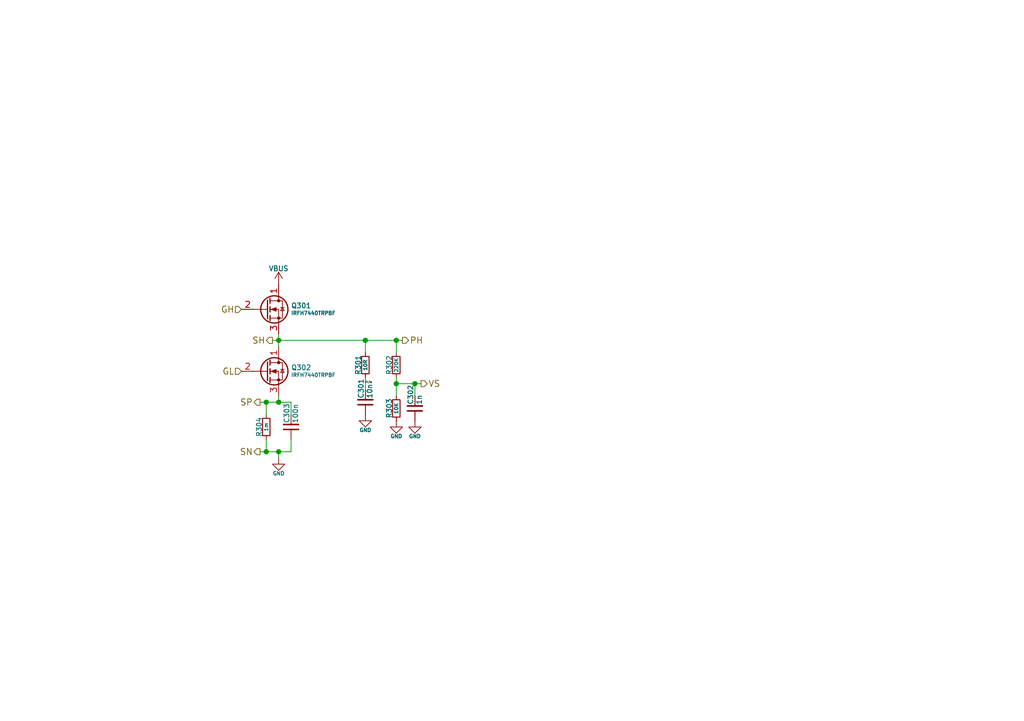
<source format=kicad_sch>
(kicad_sch (version 20250114) (generator "eeschema") (generator_version "9.0")
  (paper "A5")
  (lib_symbols
    (symbol "Bluesat:C_CompactV" (pin_numbers (hide yes)) (pin_names (offset 0.254) (hide yes))
      (property "Reference" "C" (at -0.889 0.762 90))
      (property "Value" "C_CompactV" (at 0.889 0.762 90))
      (symbol "C_CompactV_0_1"
        (polyline (pts (xy 1.524 0.508) (xy -1.524 0.508)) (stroke (width 0.3302)))
        (polyline (pts (xy 1.524 -0.508) (xy -1.524 -0.508)) (stroke (width 0.3048)))
      )
      (symbol "C_CompactV_1_1"
        (pin passive line (at 0 2.54 270) (length 2.032) (name "~") (number "2"))
        (pin passive line (at 0 -2.54 90) (length 2.032) (name "~") (number "1"))
      )
    )
    (symbol "Bluesat:R_CompactV" (pin_numbers (hide yes)) (pin_names (offset 0.254) (hide yes))
      (property "Reference" "R" (at -0.889 0 90))
      (property "Value" "R_CompactV" (at 0 0 90))
      (symbol "R_CompactV_0_1"
        (rectangle (start -0.762 1.778) (end 0.762 -1.778) (stroke (width 0.2032)))
      )
      (symbol "R_CompactV_1_1"
        (pin passive line (at 0 2.54 270) (length 0.762) (name "~") (number "1"))
        (pin passive line (at 0 -2.54 90) (length 0.762) (name "~") (number "2"))
      )
    )
    (symbol "Transistor_FET:Q_NMOS_DGS" (pin_names (offset 0) (hide yes))
      (property "Reference" "Q" (at 5.08 1.905 0))
      (property "Value" "Q_NMOS_DGS" (at 5.08 0 0))
      (symbol "Q_NMOS_DGS_0_1"
        (polyline (pts (xy 0.254 1.905) (xy 0.254 -1.905)) (stroke (width 0.254)))
        (polyline (pts (xy 0.254 0) (xy -2.54 0)))
        (polyline (pts (xy 0.762 2.286) (xy 0.762 1.27)) (stroke (width 0.254)))
        (polyline (pts (xy 0.762 0.508) (xy 0.762 -0.508)) (stroke (width 0.254)))
        (polyline (pts (xy 0.762 -1.27) (xy 0.762 -2.286)) (stroke (width 0.254)))
        (polyline (pts (xy 0.762 -1.778) (xy 3.302 -1.778) (xy 3.302 1.778) (xy 0.762 1.778)))
        (polyline (pts (xy 1.016 0) (xy 2.032 0.381) (xy 2.032 -0.381) (xy 1.016 0)) (fill (type outline)))
        (circle (center 1.651 0) (radius 2.794) (stroke (width 0.254)))
        (polyline (pts (xy 2.54 2.54) (xy 2.54 1.778)))
        (circle (center 2.54 1.778) (radius 0.254) (fill (type outline)))
        (circle (center 2.54 -1.778) (radius 0.254) (fill (type outline)))
        (polyline (pts (xy 2.54 -2.54) (xy 2.54 0) (xy 0.762 0)))
        (polyline (pts (xy 2.921 0.381) (xy 3.683 0.381)))
        (polyline (pts (xy 3.302 0.381) (xy 2.921 -0.254) (xy 3.683 -0.254) (xy 3.302 0.381)))
      )
      (symbol "Q_NMOS_DGS_1_1"
        (pin input line (at -5.08 0 0) (length 2.54) (name "G") (number "2"))
        (pin passive line (at 2.54 5.08 270) (length 2.54) (name "D") (number "1"))
        (pin passive line (at 2.54 -5.08 90) (length 2.54) (name "S") (number "3"))
      )
    )
    (symbol "power:GND" (power) (pin_numbers (hide yes)) (pin_names (offset 0) (hide yes))
      (property "Value" "GND" (at 0 -3.81 0))
      (symbol "GND_0_1"
        (polyline (pts (xy 0 0) (xy 0 -1.27) (xy 1.27 -1.27) (xy 0 -2.54) (xy -1.27 -1.27) (xy 0 -1.27)))
      )
      (symbol "GND_1_1"
        (pin power_in line (at 0 0 270) (length 0) (name "~") (number "1"))
      )
    )
    (symbol "power:VBUS" (power) (pin_numbers (hide yes)) (pin_names (offset 0) (hide yes))
      (property "Value" "VBUS" (at 0 3.556 0))
      (symbol "VBUS_0_1"
        (polyline (pts (xy -0.762 1.27) (xy 0 2.54)))
        (polyline (pts (xy 0 2.54) (xy 0.762 1.27)))
        (polyline (pts (xy 0 0) (xy 0 2.54)))
      )
      (symbol "VBUS_1_1"
        (pin power_in line (at 0 0 90) (length 0) (name "~") (number "1"))
      )
    )
  )
  (junction (at 81.28 78.74))
  (junction (at 57.15 82.55))
  (junction (at 54.61 82.55))
  (junction (at 54.61 92.71))
  (junction (at 85.09 78.74))
  (junction (at 57.15 69.85))
  (junction (at 74.93 69.85))
  (junction (at 57.15 92.71))
  (junction (at 81.28 69.85))
  (wire (pts (xy 54.61 92.71) (xy 57.15 92.71)))
  (wire (pts (xy 53.34 82.55) (xy 54.61 82.55)))
  (wire (pts (xy 81.28 69.85) (xy 82.55 69.85)))
  (wire (pts (xy 54.61 82.55) (xy 54.61 85.09)))
  (wire (pts (xy 57.15 81.28) (xy 57.15 82.55)))
  (wire (pts (xy 59.69 82.55) (xy 59.69 85.09)))
  (wire (pts (xy 85.09 78.74) (xy 86.36 78.74)))
  (wire (pts (xy 81.28 78.74) (xy 85.09 78.74)))
  (wire (pts (xy 57.15 68.58) (xy 57.15 69.85)))
  (wire (pts (xy 54.61 82.55) (xy 57.15 82.55)))
  (wire (pts (xy 55.88 69.85) (xy 57.15 69.85)))
  (wire (pts (xy 81.28 77.47) (xy 81.28 78.74)))
  (wire (pts (xy 57.15 92.71) (xy 57.15 93.98)))
  (wire (pts (xy 85.09 78.74) (xy 85.09 81.28)))
  (wire (pts (xy 53.34 92.71) (xy 54.61 92.71)))
  (wire (pts (xy 81.28 69.85) (xy 81.28 72.39)))
  (wire (pts (xy 74.93 69.85) (xy 74.93 72.39)))
  (wire (pts (xy 57.15 82.55) (xy 59.69 82.55)))
  (wire (pts (xy 81.28 78.74) (xy 81.28 81.28)))
  (wire (pts (xy 57.15 69.85) (xy 57.15 71.12)))
  (wire (pts (xy 74.93 80.01) (xy 74.93 77.47)))
  (wire (pts (xy 57.15 92.71) (xy 59.69 92.71)))
  (wire (pts (xy 74.93 69.85) (xy 81.28 69.85)))
  (wire (pts (xy 54.61 92.71) (xy 54.61 90.17)))
  (wire (pts (xy 59.69 90.17) (xy 59.69 92.71)))
  (wire (pts (xy 57.15 69.85) (xy 74.93 69.85)))
  (label "FLT_{M}" (at 74.93 78.74 0) (effects (font (size 0.381 0.381))))
  (hierarchical_label "SP" (shape output) (at 53.34 82.55 180))
  (hierarchical_label "SH" (shape output) (at 55.88 69.85 180))
  (hierarchical_label "PH" (shape output) (at 82.55 69.85 0))
  (hierarchical_label "GL" (shape input) (at 49.53 76.2 180))
  (hierarchical_label "GH" (shape input) (at 49.53 63.5 180))
  (hierarchical_label "VS" (shape output) (at 86.36 78.74 0))
  (hierarchical_label "SN" (shape output) (at 53.34 92.71 180))
  (symbol (lib_id "power:VBUS") (at 57.15 58.42 0) (unit 1)
    (property "Reference" "#PWR0204" (effects (hide yes)))
    (property "Value" "VBUS" (at 57.15 55.118 0) (effects (font (size 1.016 1.016))))
    (property "Description" "Power symbol creates a global label with name \"VBUS\"" (effects (hide yes)))
    (instances (project "wark_min" (path "" (reference "#PWR0301") (unit 1)) (path "" (reference "#PWR0401") (unit 1)) (path "" (reference "#PWR0204") (unit 1))))
  )
  (symbol (lib_id "power:GND") (at 74.93 85.09 0) (unit 1)
    (property "Reference" "#PWR0205" (effects (hide yes)))
    (property "Value" "GND" (at 74.93 88.265 0) (effects (font (size 0.762 0.762))))
    (property "Description" "Power symbol creates a global label with name \"GND\" , ground" (effects (hide yes)))
    (instances (project "wark_min" (path "" (reference "#PWR0302") (unit 1)) (path "" (reference "#PWR0402") (unit 1)) (path "" (reference "#PWR0205") (unit 1))))
  )
  (symbol (lib_id "power:GND") (at 85.09 86.36 0) (unit 1)
    (property "Reference" "#PWR0207" (effects (hide yes)))
    (property "Value" "GND" (at 85.09 89.535 0) (effects (font (size 0.762 0.762))))
    (property "Description" "Power symbol creates a global label with name \"GND\" , ground" (effects (hide yes)))
    (instances (project "wark_min" (path "" (reference "#PWR0304") (unit 1)) (path "" (reference "#PWR0404") (unit 1)) (path "" (reference "#PWR0207") (unit 1))))
  )
  (symbol (lib_id "Bluesat:R_CompactV") (at 54.61 87.63 0) (unit 1)
    (property "Reference" "R204" (at 53.721 87.63 90) (effects (font (size 1.016 1.016)) (justify bottom)))
    (property "Value" "1m" (at 54.61 87.63 90) (effects (font (size 0.762 0.762))))
    (property "Footprint" "Resistor_SMD:R_2512_6332Metric" (effects (hide yes)))
    (property "Description" "Resistor, compact symbol" (effects (hide yes)))
    (instances (project "wark_min" (path "" (reference "R304") (unit 1)) (path "" (reference "R404") (unit 1)) (path "" (reference "R204") (unit 1))))
  )
  (symbol (lib_id "power:GND") (at 57.15 93.98 0) (unit 1)
    (property "Reference" "#PWR0208" (effects (hide yes)))
    (property "Value" "GND" (at 57.15 97.155 0) (effects (font (size 0.762 0.762))))
    (property "Description" "Power symbol creates a global label with name \"GND\" , ground" (effects (hide yes)))
    (instances (project "wark_min" (path "" (reference "#PWR0305") (unit 1)) (path "" (reference "#PWR0405") (unit 1)) (path "" (reference "#PWR0208") (unit 1))))
  )
  (symbol (lib_id "Bluesat:C_CompactV") (at 85.09 83.82 0) (unit 1)
    (property "Reference" "C202" (at 84.201 83.058 90) (effects (font (size 1.016 1.016)) (justify left)))
    (property "Value" "1n" (at 85.979 83.058 90) (effects (font (size 1.016 1.016)) (justify left)))
    (property "Footprint" "Capacitor_SMD:C_0402_1005Metric" (effects (hide yes)))
    (property "Description" "Unpolarized capacitor, compact symbol" (effects (hide yes)))
    (instances (project "wark_min" (path "" (reference "C302") (unit 1)) (path "" (reference "C402") (unit 1)) (path "" (reference "C202") (unit 1))))
  )
  (symbol (lib_id "Bluesat:R_CompactV") (at 81.28 74.93 0) (unit 1)
    (property "Reference" "R202" (at 80.391 74.93 90) (effects (font (size 1.016 1.016)) (justify bottom)))
    (property "Value" "220K" (at 81.28 74.93 90) (effects (font (size 0.762 0.762))))
    (property "Footprint" "Resistor_SMD:R_0402_1005Metric" (effects (hide yes)))
    (property "Description" "Resistor, compact symbol" (effects (hide yes)))
    (instances (project "wark_min" (path "" (reference "R302") (unit 1)) (path "" (reference "R402") (unit 1)) (path "" (reference "R202") (unit 1))))
  )
  (symbol (lib_id "Bluesat:R_CompactV") (at 81.28 83.82 0) (unit 1)
    (property "Reference" "R203" (at 80.391 83.82 90) (effects (font (size 1.016 1.016)) (justify bottom)))
    (property "Value" "10K" (at 81.28 83.82 90) (effects (font (size 0.762 0.762))))
    (property "Footprint" "Resistor_SMD:R_0402_1005Metric" (effects (hide yes)))
    (property "Description" "Resistor, compact symbol" (effects (hide yes)))
    (instances (project "wark_min" (path "" (reference "R303") (unit 1)) (path "" (reference "R403") (unit 1)) (path "" (reference "R203") (unit 1))))
  )
  (symbol (lib_id "power:GND") (at 81.28 86.36 0) (unit 1)
    (property "Reference" "#PWR0206" (effects (hide yes)))
    (property "Value" "GND" (at 81.28 89.535 0) (effects (font (size 0.762 0.762))))
    (property "Description" "Power symbol creates a global label with name \"GND\" , ground" (effects (hide yes)))
    (instances (project "wark_min" (path "" (reference "#PWR0303") (unit 1)) (path "" (reference "#PWR0403") (unit 1)) (path "" (reference "#PWR0206") (unit 1))))
  )
  (symbol (lib_id "Bluesat:R_CompactV") (at 74.93 74.93 0) (unit 1)
    (property "Reference" "R201" (at 74.041 74.93 90) (effects (font (size 1.016 1.016)) (justify bottom)))
    (property "Value" "10R" (at 74.93 74.93 90) (effects (font (size 0.762 0.762))))
    (property "Footprint" "Resistor_SMD:R_0402_1005Metric" (effects (hide yes)))
    (property "Description" "Resistor, compact symbol" (effects (hide yes)))
    (instances (project "wark_min" (path "" (reference "R301") (unit 1)) (path "" (reference "R401") (unit 1)) (path "" (reference "R201") (unit 1))))
  )
  (symbol (lib_id "Bluesat:C_CompactV") (at 74.93 82.55 0) (unit 1)
    (property "Reference" "C201" (at 74.041 81.788 90) (effects (font (size 1.016 1.016)) (justify left)))
    (property "Value" "10n" (at 75.819 81.788 90) (effects (font (size 1.016 1.016)) (justify left)))
    (property "Footprint" "Capacitor_SMD:C_0402_1005Metric" (effects (hide yes)))
    (property "Description" "Unpolarized capacitor, compact symbol" (effects (hide yes)))
    (instances (project "wark_min" (path "" (reference "C301") (unit 1)) (path "" (reference "C401") (unit 1)) (path "" (reference "C201") (unit 1))))
  )
  (symbol (lib_id "Bluesat:C_CompactV") (at 59.69 87.63 0) (unit 1)
    (property "Reference" "C203" (at 58.801 86.868 90) (effects (font (size 1.016 1.016)) (justify left)))
    (property "Value" "100n" (at 60.579 86.868 90) (effects (font (size 1.016 1.016)) (justify left)))
    (property "Footprint" "Capacitor_SMD:C_0402_1005Metric" (effects (hide yes)))
    (property "Description" "Unpolarized capacitor, compact symbol" (effects (hide yes)))
    (instances (project "wark_min" (path "" (reference "C303") (unit 1)) (path "" (reference "C403") (unit 1)) (path "" (reference "C203") (unit 1))))
  )
  (symbol (lib_id "Transistor_FET:Q_NMOS_DGS") (at 54.61 63.5 0) (unit 1)
    (property "Reference" "Q201" (at 59.69 62.738 0) (effects (font (size 1.016 1.016)) (justify left)))
    (property "Value" "IRFH7440TRPBF" (at 59.69 64.262 0) (effects (font (size 0.762 0.762)) (justify left)))
    (property "Footprint" "Bluesat:PQFN_5x6mm_E_DGS" (effects (hide yes)))
    (property "Description" "N-MOSFET transistor, drain/gate/source" (effects (hide yes)))
    (instances (project "wark_min" (path "" (reference "Q301") (unit 1)) (path "" (reference "Q401") (unit 1)) (path "" (reference "Q201") (unit 1))))
  )
  (symbol (lib_id "Transistor_FET:Q_NMOS_DGS") (at 54.61 76.2 0) (unit 1)
    (property "Reference" "Q202" (at 59.69 75.438 0) (effects (font (size 1.016 1.016)) (justify left)))
    (property "Value" "IRFH7440TRPBF" (at 59.69 76.962 0) (effects (font (size 0.762 0.762)) (justify left)))
    (property "Footprint" "Bluesat:PQFN_5x6mm_E_DGS" (effects (hide yes)))
    (property "Description" "N-MOSFET transistor, drain/gate/source" (effects (hide yes)))
    (instances (project "wark_min" (path "" (reference "Q302") (unit 1)) (path "" (reference "Q402") (unit 1)) (path "" (reference "Q202") (unit 1))))
  )
)
</source>
